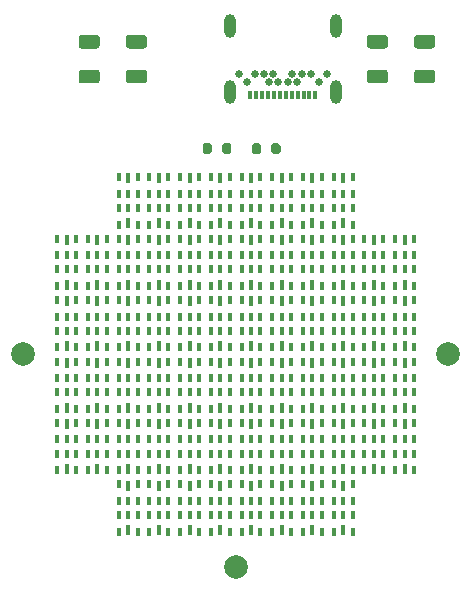
<source format=gbr>
G04 #@! TF.GenerationSoftware,KiCad,Pcbnew,(5.1.9-0-10_14)*
G04 #@! TF.CreationDate,2022-05-10T10:51:03-07:00*
G04 #@! TF.ProjectId,LED_array,4c45445f-6172-4726-9179-2e6b69636164,rev?*
G04 #@! TF.SameCoordinates,Original*
G04 #@! TF.FileFunction,Soldermask,Top*
G04 #@! TF.FilePolarity,Negative*
%FSLAX46Y46*%
G04 Gerber Fmt 4.6, Leading zero omitted, Abs format (unit mm)*
G04 Created by KiCad (PCBNEW (5.1.9-0-10_14)) date 2022-05-10 10:51:03*
%MOMM*%
%LPD*%
G01*
G04 APERTURE LIST*
%ADD10R,0.450000X0.650000*%
%ADD11R,0.450000X0.850000*%
%ADD12C,2.000000*%
%ADD13R,0.350000X0.700000*%
%ADD14C,0.650000*%
%ADD15O,1.000000X2.000000*%
G04 APERTURE END LIST*
D10*
X69900000Y-65000000D03*
X68300000Y-65000000D03*
D11*
X69100000Y-64900000D03*
D10*
X69900000Y-63600000D03*
X68300000Y-63600000D03*
X69100000Y-63600000D03*
X50100000Y-35000000D03*
X51700000Y-35000000D03*
D11*
X50900000Y-35100000D03*
D10*
X50100000Y-36400000D03*
X51700000Y-36400000D03*
X50900000Y-36400000D03*
X52700000Y-35000000D03*
X54300000Y-35000000D03*
D11*
X53500000Y-35100000D03*
D10*
X52700000Y-36400000D03*
X54300000Y-36400000D03*
X53500000Y-36400000D03*
X55300000Y-35000000D03*
X56900000Y-35000000D03*
D11*
X56100000Y-35100000D03*
D10*
X55300000Y-36400000D03*
X56900000Y-36400000D03*
X56100000Y-36400000D03*
X57900000Y-35000000D03*
X59500000Y-35000000D03*
D11*
X58700000Y-35100000D03*
D10*
X57900000Y-36400000D03*
X59500000Y-36400000D03*
X58700000Y-36400000D03*
X60500000Y-35000000D03*
X62100000Y-35000000D03*
D11*
X61300000Y-35100000D03*
D10*
X60500000Y-36400000D03*
X62100000Y-36400000D03*
X61300000Y-36400000D03*
X63100000Y-35000000D03*
X64700000Y-35000000D03*
D11*
X63900000Y-35100000D03*
D10*
X63100000Y-36400000D03*
X64700000Y-36400000D03*
X63900000Y-36400000D03*
X65700000Y-35000000D03*
X67300000Y-35000000D03*
D11*
X66500000Y-35100000D03*
D10*
X65700000Y-36400000D03*
X67300000Y-36400000D03*
X66500000Y-36400000D03*
X68300000Y-35000000D03*
X69900000Y-35000000D03*
D11*
X69100000Y-35100000D03*
D10*
X68300000Y-36400000D03*
X69900000Y-36400000D03*
X69100000Y-36400000D03*
X69900000Y-39000000D03*
X68300000Y-39000000D03*
D11*
X69100000Y-38900000D03*
D10*
X69900000Y-37600000D03*
X68300000Y-37600000D03*
X69100000Y-37600000D03*
X67300000Y-39000000D03*
X65700000Y-39000000D03*
D11*
X66500000Y-38900000D03*
D10*
X67300000Y-37600000D03*
X65700000Y-37600000D03*
X66500000Y-37600000D03*
X64700000Y-39000000D03*
X63100000Y-39000000D03*
D11*
X63900000Y-38900000D03*
D10*
X64700000Y-37600000D03*
X63100000Y-37600000D03*
X63900000Y-37600000D03*
X62100000Y-39000000D03*
X60500000Y-39000000D03*
D11*
X61300000Y-38900000D03*
D10*
X62100000Y-37600000D03*
X60500000Y-37600000D03*
X61300000Y-37600000D03*
X59500000Y-39000000D03*
X57900000Y-39000000D03*
D11*
X58700000Y-38900000D03*
D10*
X59500000Y-37600000D03*
X57900000Y-37600000D03*
X58700000Y-37600000D03*
X56900000Y-39000000D03*
X55300000Y-39000000D03*
D11*
X56100000Y-38900000D03*
D10*
X56900000Y-37600000D03*
X55300000Y-37600000D03*
X56100000Y-37600000D03*
X54300000Y-39000000D03*
X52700000Y-39000000D03*
D11*
X53500000Y-38900000D03*
D10*
X54300000Y-37600000D03*
X52700000Y-37600000D03*
X53500000Y-37600000D03*
X51700000Y-39000000D03*
X50100000Y-39000000D03*
D11*
X50900000Y-38900000D03*
D10*
X51700000Y-37600000D03*
X50100000Y-37600000D03*
X50900000Y-37600000D03*
X44900000Y-40200000D03*
X46500000Y-40200000D03*
D11*
X45700000Y-40300000D03*
D10*
X44900000Y-41600000D03*
X46500000Y-41600000D03*
X45700000Y-41600000D03*
X47500000Y-40200000D03*
X49100000Y-40200000D03*
D11*
X48300000Y-40300000D03*
D10*
X47500000Y-41600000D03*
X49100000Y-41600000D03*
X48300000Y-41600000D03*
X50100000Y-40200000D03*
X51700000Y-40200000D03*
D11*
X50900000Y-40300000D03*
D10*
X50100000Y-41600000D03*
X51700000Y-41600000D03*
X50900000Y-41600000D03*
X52700000Y-40200000D03*
X54300000Y-40200000D03*
D11*
X53500000Y-40300000D03*
D10*
X52700000Y-41600000D03*
X54300000Y-41600000D03*
X53500000Y-41600000D03*
X55300000Y-40200000D03*
X56900000Y-40200000D03*
D11*
X56100000Y-40300000D03*
D10*
X55300000Y-41600000D03*
X56900000Y-41600000D03*
X56100000Y-41600000D03*
X57900000Y-40200000D03*
X59500000Y-40200000D03*
D11*
X58700000Y-40300000D03*
D10*
X57900000Y-41600000D03*
X59500000Y-41600000D03*
X58700000Y-41600000D03*
X60500000Y-40200000D03*
X62100000Y-40200000D03*
D11*
X61300000Y-40300000D03*
D10*
X60500000Y-41600000D03*
X62100000Y-41600000D03*
X61300000Y-41600000D03*
X63100000Y-40200000D03*
X64700000Y-40200000D03*
D11*
X63900000Y-40300000D03*
D10*
X63100000Y-41600000D03*
X64700000Y-41600000D03*
X63900000Y-41600000D03*
X65700000Y-40200000D03*
X67300000Y-40200000D03*
D11*
X66500000Y-40300000D03*
D10*
X65700000Y-41600000D03*
X67300000Y-41600000D03*
X66500000Y-41600000D03*
X68300000Y-40200000D03*
X69900000Y-40200000D03*
D11*
X69100000Y-40300000D03*
D10*
X68300000Y-41600000D03*
X69900000Y-41600000D03*
X69100000Y-41600000D03*
X70900000Y-40200000D03*
X72500000Y-40200000D03*
D11*
X71700000Y-40300000D03*
D10*
X70900000Y-41600000D03*
X72500000Y-41600000D03*
X71700000Y-41600000D03*
X73500000Y-40200000D03*
X75100000Y-40200000D03*
D11*
X74300000Y-40300000D03*
D10*
X73500000Y-41600000D03*
X75100000Y-41600000D03*
X74300000Y-41600000D03*
X75100000Y-44200000D03*
X73500000Y-44200000D03*
D11*
X74300000Y-44100000D03*
D10*
X75100000Y-42800000D03*
X73500000Y-42800000D03*
X74300000Y-42800000D03*
X72500000Y-44200000D03*
X70900000Y-44200000D03*
D11*
X71700000Y-44100000D03*
D10*
X72500000Y-42800000D03*
X70900000Y-42800000D03*
X71700000Y-42800000D03*
X69900000Y-44200000D03*
X68300000Y-44200000D03*
D11*
X69100000Y-44100000D03*
D10*
X69900000Y-42800000D03*
X68300000Y-42800000D03*
X69100000Y-42800000D03*
X67300000Y-44200000D03*
X65700000Y-44200000D03*
D11*
X66500000Y-44100000D03*
D10*
X67300000Y-42800000D03*
X65700000Y-42800000D03*
X66500000Y-42800000D03*
X64700000Y-44200000D03*
X63100000Y-44200000D03*
D11*
X63900000Y-44100000D03*
D10*
X64700000Y-42800000D03*
X63100000Y-42800000D03*
X63900000Y-42800000D03*
X62100000Y-44200000D03*
X60500000Y-44200000D03*
D11*
X61300000Y-44100000D03*
D10*
X62100000Y-42800000D03*
X60500000Y-42800000D03*
X61300000Y-42800000D03*
X59500000Y-44200000D03*
X57900000Y-44200000D03*
D11*
X58700000Y-44100000D03*
D10*
X59500000Y-42800000D03*
X57900000Y-42800000D03*
X58700000Y-42800000D03*
X56900000Y-44200000D03*
X55300000Y-44200000D03*
D11*
X56100000Y-44100000D03*
D10*
X56900000Y-42800000D03*
X55300000Y-42800000D03*
X56100000Y-42800000D03*
X54300000Y-44200000D03*
X52700000Y-44200000D03*
D11*
X53500000Y-44100000D03*
D10*
X54300000Y-42800000D03*
X52700000Y-42800000D03*
X53500000Y-42800000D03*
X51700000Y-44200000D03*
X50100000Y-44200000D03*
D11*
X50900000Y-44100000D03*
D10*
X51700000Y-42800000D03*
X50100000Y-42800000D03*
X50900000Y-42800000D03*
X49100000Y-44200000D03*
X47500000Y-44200000D03*
D11*
X48300000Y-44100000D03*
D10*
X49100000Y-42800000D03*
X47500000Y-42800000D03*
X48300000Y-42800000D03*
X46500000Y-44200000D03*
X44900000Y-44200000D03*
D11*
X45700000Y-44100000D03*
D10*
X46500000Y-42800000D03*
X44900000Y-42800000D03*
X45700000Y-42800000D03*
X44900000Y-45400000D03*
X46500000Y-45400000D03*
D11*
X45700000Y-45500000D03*
D10*
X44900000Y-46800000D03*
X46500000Y-46800000D03*
X45700000Y-46800000D03*
X47500000Y-45400000D03*
X49100000Y-45400000D03*
D11*
X48300000Y-45500000D03*
D10*
X47500000Y-46800000D03*
X49100000Y-46800000D03*
X48300000Y-46800000D03*
X50100000Y-45400000D03*
X51700000Y-45400000D03*
D11*
X50900000Y-45500000D03*
D10*
X50100000Y-46800000D03*
X51700000Y-46800000D03*
X50900000Y-46800000D03*
X52700000Y-45400000D03*
X54300000Y-45400000D03*
D11*
X53500000Y-45500000D03*
D10*
X52700000Y-46800000D03*
X54300000Y-46800000D03*
X53500000Y-46800000D03*
X55300000Y-45400000D03*
X56900000Y-45400000D03*
D11*
X56100000Y-45500000D03*
D10*
X55300000Y-46800000D03*
X56900000Y-46800000D03*
X56100000Y-46800000D03*
X57900000Y-45400000D03*
X59500000Y-45400000D03*
D11*
X58700000Y-45500000D03*
D10*
X57900000Y-46800000D03*
X59500000Y-46800000D03*
X58700000Y-46800000D03*
X60500000Y-45400000D03*
X62100000Y-45400000D03*
D11*
X61300000Y-45500000D03*
D10*
X60500000Y-46800000D03*
X62100000Y-46800000D03*
X61300000Y-46800000D03*
X63100000Y-45400000D03*
X64700000Y-45400000D03*
D11*
X63900000Y-45500000D03*
D10*
X63100000Y-46800000D03*
X64700000Y-46800000D03*
X63900000Y-46800000D03*
X65700000Y-45400000D03*
X67300000Y-45400000D03*
D11*
X66500000Y-45500000D03*
D10*
X65700000Y-46800000D03*
X67300000Y-46800000D03*
X66500000Y-46800000D03*
X68300000Y-45400000D03*
X69900000Y-45400000D03*
D11*
X69100000Y-45500000D03*
D10*
X68300000Y-46800000D03*
X69900000Y-46800000D03*
X69100000Y-46800000D03*
X70900000Y-45400000D03*
X72500000Y-45400000D03*
D11*
X71700000Y-45500000D03*
D10*
X70900000Y-46800000D03*
X72500000Y-46800000D03*
X71700000Y-46800000D03*
X73500000Y-45400000D03*
X75100000Y-45400000D03*
D11*
X74300000Y-45500000D03*
D10*
X73500000Y-46800000D03*
X75100000Y-46800000D03*
X74300000Y-46800000D03*
X75100000Y-49400000D03*
X73500000Y-49400000D03*
D11*
X74300000Y-49300000D03*
D10*
X75100000Y-48000000D03*
X73500000Y-48000000D03*
X74300000Y-48000000D03*
X72500000Y-49400000D03*
X70900000Y-49400000D03*
D11*
X71700000Y-49300000D03*
D10*
X72500000Y-48000000D03*
X70900000Y-48000000D03*
X71700000Y-48000000D03*
X69900000Y-49400000D03*
X68300000Y-49400000D03*
D11*
X69100000Y-49300000D03*
D10*
X69900000Y-48000000D03*
X68300000Y-48000000D03*
X69100000Y-48000000D03*
X67300000Y-49400000D03*
X65700000Y-49400000D03*
D11*
X66500000Y-49300000D03*
D10*
X67300000Y-48000000D03*
X65700000Y-48000000D03*
X66500000Y-48000000D03*
X64700000Y-49400000D03*
X63100000Y-49400000D03*
D11*
X63900000Y-49300000D03*
D10*
X64700000Y-48000000D03*
X63100000Y-48000000D03*
X63900000Y-48000000D03*
X62100000Y-49400000D03*
X60500000Y-49400000D03*
D11*
X61300000Y-49300000D03*
D10*
X62100000Y-48000000D03*
X60500000Y-48000000D03*
X61300000Y-48000000D03*
X59500000Y-49400000D03*
X57900000Y-49400000D03*
D11*
X58700000Y-49300000D03*
D10*
X59500000Y-48000000D03*
X57900000Y-48000000D03*
X58700000Y-48000000D03*
X56900000Y-49400000D03*
X55300000Y-49400000D03*
D11*
X56100000Y-49300000D03*
D10*
X56900000Y-48000000D03*
X55300000Y-48000000D03*
X56100000Y-48000000D03*
X54300000Y-49400000D03*
X52700000Y-49400000D03*
D11*
X53500000Y-49300000D03*
D10*
X54300000Y-48000000D03*
X52700000Y-48000000D03*
X53500000Y-48000000D03*
X51700000Y-49400000D03*
X50100000Y-49400000D03*
D11*
X50900000Y-49300000D03*
D10*
X51700000Y-48000000D03*
X50100000Y-48000000D03*
X50900000Y-48000000D03*
X49100000Y-49400000D03*
X47500000Y-49400000D03*
D11*
X48300000Y-49300000D03*
D10*
X49100000Y-48000000D03*
X47500000Y-48000000D03*
X48300000Y-48000000D03*
X46500000Y-49400000D03*
X44900000Y-49400000D03*
D11*
X45700000Y-49300000D03*
D10*
X46500000Y-48000000D03*
X44900000Y-48000000D03*
X45700000Y-48000000D03*
X44900000Y-50600000D03*
X46500000Y-50600000D03*
D11*
X45700000Y-50700000D03*
D10*
X44900000Y-52000000D03*
X46500000Y-52000000D03*
X45700000Y-52000000D03*
X47500000Y-50600000D03*
X49100000Y-50600000D03*
D11*
X48300000Y-50700000D03*
D10*
X47500000Y-52000000D03*
X49100000Y-52000000D03*
X48300000Y-52000000D03*
X50100000Y-50600000D03*
X51700000Y-50600000D03*
D11*
X50900000Y-50700000D03*
D10*
X50100000Y-52000000D03*
X51700000Y-52000000D03*
X50900000Y-52000000D03*
X52700000Y-50600000D03*
X54300000Y-50600000D03*
D11*
X53500000Y-50700000D03*
D10*
X52700000Y-52000000D03*
X54300000Y-52000000D03*
X53500000Y-52000000D03*
X55300000Y-50600000D03*
X56900000Y-50600000D03*
D11*
X56100000Y-50700000D03*
D10*
X55300000Y-52000000D03*
X56900000Y-52000000D03*
X56100000Y-52000000D03*
X57900000Y-50600000D03*
X59500000Y-50600000D03*
D11*
X58700000Y-50700000D03*
D10*
X57900000Y-52000000D03*
X59500000Y-52000000D03*
X58700000Y-52000000D03*
X60500000Y-50600000D03*
X62100000Y-50600000D03*
D11*
X61300000Y-50700000D03*
D10*
X60500000Y-52000000D03*
X62100000Y-52000000D03*
X61300000Y-52000000D03*
X63100000Y-50600000D03*
X64700000Y-50600000D03*
D11*
X63900000Y-50700000D03*
D10*
X63100000Y-52000000D03*
X64700000Y-52000000D03*
X63900000Y-52000000D03*
X65700000Y-50600000D03*
X67300000Y-50600000D03*
D11*
X66500000Y-50700000D03*
D10*
X65700000Y-52000000D03*
X67300000Y-52000000D03*
X66500000Y-52000000D03*
X68300000Y-50600000D03*
X69900000Y-50600000D03*
D11*
X69100000Y-50700000D03*
D10*
X68300000Y-52000000D03*
X69900000Y-52000000D03*
X69100000Y-52000000D03*
X70900000Y-50600000D03*
X72500000Y-50600000D03*
D11*
X71700000Y-50700000D03*
D10*
X70900000Y-52000000D03*
X72500000Y-52000000D03*
X71700000Y-52000000D03*
X73500000Y-50600000D03*
X75100000Y-50600000D03*
D11*
X74300000Y-50700000D03*
D10*
X73500000Y-52000000D03*
X75100000Y-52000000D03*
X74300000Y-52000000D03*
X75100000Y-54600000D03*
X73500000Y-54600000D03*
D11*
X74300000Y-54500000D03*
D10*
X75100000Y-53200000D03*
X73500000Y-53200000D03*
X74300000Y-53200000D03*
X72500000Y-54600000D03*
X70900000Y-54600000D03*
D11*
X71700000Y-54500000D03*
D10*
X72500000Y-53200000D03*
X70900000Y-53200000D03*
X71700000Y-53200000D03*
X69900000Y-54600000D03*
X68300000Y-54600000D03*
D11*
X69100000Y-54500000D03*
D10*
X69900000Y-53200000D03*
X68300000Y-53200000D03*
X69100000Y-53200000D03*
X67300000Y-54600000D03*
X65700000Y-54600000D03*
D11*
X66500000Y-54500000D03*
D10*
X67300000Y-53200000D03*
X65700000Y-53200000D03*
X66500000Y-53200000D03*
X64700000Y-54600000D03*
X63100000Y-54600000D03*
D11*
X63900000Y-54500000D03*
D10*
X64700000Y-53200000D03*
X63100000Y-53200000D03*
X63900000Y-53200000D03*
X62100000Y-54600000D03*
X60500000Y-54600000D03*
D11*
X61300000Y-54500000D03*
D10*
X62100000Y-53200000D03*
X60500000Y-53200000D03*
X61300000Y-53200000D03*
X59500000Y-54600000D03*
X57900000Y-54600000D03*
D11*
X58700000Y-54500000D03*
D10*
X59500000Y-53200000D03*
X57900000Y-53200000D03*
X58700000Y-53200000D03*
X56900000Y-54600000D03*
X55300000Y-54600000D03*
D11*
X56100000Y-54500000D03*
D10*
X56900000Y-53200000D03*
X55300000Y-53200000D03*
X56100000Y-53200000D03*
X54300000Y-54600000D03*
X52700000Y-54600000D03*
D11*
X53500000Y-54500000D03*
D10*
X54300000Y-53200000D03*
X52700000Y-53200000D03*
X53500000Y-53200000D03*
X51700000Y-54600000D03*
X50100000Y-54600000D03*
D11*
X50900000Y-54500000D03*
D10*
X51700000Y-53200000D03*
X50100000Y-53200000D03*
X50900000Y-53200000D03*
X49100000Y-54600000D03*
X47500000Y-54600000D03*
D11*
X48300000Y-54500000D03*
D10*
X49100000Y-53200000D03*
X47500000Y-53200000D03*
X48300000Y-53200000D03*
X46500000Y-54600000D03*
X44900000Y-54600000D03*
D11*
X45700000Y-54500000D03*
D10*
X46500000Y-53200000D03*
X44900000Y-53200000D03*
X45700000Y-53200000D03*
X44900000Y-55800000D03*
X46500000Y-55800000D03*
D11*
X45700000Y-55900000D03*
D10*
X44900000Y-57200000D03*
X46500000Y-57200000D03*
X45700000Y-57200000D03*
X47500000Y-55800000D03*
X49100000Y-55800000D03*
D11*
X48300000Y-55900000D03*
D10*
X47500000Y-57200000D03*
X49100000Y-57200000D03*
X48300000Y-57200000D03*
X50100000Y-55800000D03*
X51700000Y-55800000D03*
D11*
X50900000Y-55900000D03*
D10*
X50100000Y-57200000D03*
X51700000Y-57200000D03*
X50900000Y-57200000D03*
X52700000Y-55800000D03*
X54300000Y-55800000D03*
D11*
X53500000Y-55900000D03*
D10*
X52700000Y-57200000D03*
X54300000Y-57200000D03*
X53500000Y-57200000D03*
X55300000Y-55800000D03*
X56900000Y-55800000D03*
D11*
X56100000Y-55900000D03*
D10*
X55300000Y-57200000D03*
X56900000Y-57200000D03*
X56100000Y-57200000D03*
X57900000Y-55800000D03*
X59500000Y-55800000D03*
D11*
X58700000Y-55900000D03*
D10*
X57900000Y-57200000D03*
X59500000Y-57200000D03*
X58700000Y-57200000D03*
X60500000Y-55800000D03*
X62100000Y-55800000D03*
D11*
X61300000Y-55900000D03*
D10*
X60500000Y-57200000D03*
X62100000Y-57200000D03*
X61300000Y-57200000D03*
X63100000Y-55800000D03*
X64700000Y-55800000D03*
D11*
X63900000Y-55900000D03*
D10*
X63100000Y-57200000D03*
X64700000Y-57200000D03*
X63900000Y-57200000D03*
X65700000Y-55800000D03*
X67300000Y-55800000D03*
D11*
X66500000Y-55900000D03*
D10*
X65700000Y-57200000D03*
X67300000Y-57200000D03*
X66500000Y-57200000D03*
X68300000Y-55800000D03*
X69900000Y-55800000D03*
D11*
X69100000Y-55900000D03*
D10*
X68300000Y-57200000D03*
X69900000Y-57200000D03*
X69100000Y-57200000D03*
X70900000Y-55800000D03*
X72500000Y-55800000D03*
D11*
X71700000Y-55900000D03*
D10*
X70900000Y-57200000D03*
X72500000Y-57200000D03*
X71700000Y-57200000D03*
X73500000Y-55800000D03*
X75100000Y-55800000D03*
D11*
X74300000Y-55900000D03*
D10*
X73500000Y-57200000D03*
X75100000Y-57200000D03*
X74300000Y-57200000D03*
X75100000Y-59800000D03*
X73500000Y-59800000D03*
D11*
X74300000Y-59700000D03*
D10*
X75100000Y-58400000D03*
X73500000Y-58400000D03*
X74300000Y-58400000D03*
X72500000Y-59800000D03*
X70900000Y-59800000D03*
D11*
X71700000Y-59700000D03*
D10*
X72500000Y-58400000D03*
X70900000Y-58400000D03*
X71700000Y-58400000D03*
X69900000Y-59800000D03*
X68300000Y-59800000D03*
D11*
X69100000Y-59700000D03*
D10*
X69900000Y-58400000D03*
X68300000Y-58400000D03*
X69100000Y-58400000D03*
X67300000Y-59800000D03*
X65700000Y-59800000D03*
D11*
X66500000Y-59700000D03*
D10*
X67300000Y-58400000D03*
X65700000Y-58400000D03*
X66500000Y-58400000D03*
X64700000Y-59800000D03*
X63100000Y-59800000D03*
D11*
X63900000Y-59700000D03*
D10*
X64700000Y-58400000D03*
X63100000Y-58400000D03*
X63900000Y-58400000D03*
X62100000Y-59800000D03*
X60500000Y-59800000D03*
D11*
X61300000Y-59700000D03*
D10*
X62100000Y-58400000D03*
X60500000Y-58400000D03*
X61300000Y-58400000D03*
X59500000Y-59800000D03*
X57900000Y-59800000D03*
D11*
X58700000Y-59700000D03*
D10*
X59500000Y-58400000D03*
X57900000Y-58400000D03*
X58700000Y-58400000D03*
X56900000Y-59800000D03*
X55300000Y-59800000D03*
D11*
X56100000Y-59700000D03*
D10*
X56900000Y-58400000D03*
X55300000Y-58400000D03*
X56100000Y-58400000D03*
X54300000Y-59800000D03*
X52700000Y-59800000D03*
D11*
X53500000Y-59700000D03*
D10*
X54300000Y-58400000D03*
X52700000Y-58400000D03*
X53500000Y-58400000D03*
X51700000Y-59800000D03*
X50100000Y-59800000D03*
D11*
X50900000Y-59700000D03*
D10*
X51700000Y-58400000D03*
X50100000Y-58400000D03*
X50900000Y-58400000D03*
X49100000Y-59800000D03*
X47500000Y-59800000D03*
D11*
X48300000Y-59700000D03*
D10*
X49100000Y-58400000D03*
X47500000Y-58400000D03*
X48300000Y-58400000D03*
X46500000Y-59800000D03*
X44900000Y-59800000D03*
D11*
X45700000Y-59700000D03*
D10*
X46500000Y-58400000D03*
X44900000Y-58400000D03*
X45700000Y-58400000D03*
X50100000Y-61000000D03*
X51700000Y-61000000D03*
D11*
X50900000Y-61100000D03*
D10*
X50100000Y-62400000D03*
X51700000Y-62400000D03*
X50900000Y-62400000D03*
X52700000Y-61000000D03*
X54300000Y-61000000D03*
D11*
X53500000Y-61100000D03*
D10*
X52700000Y-62400000D03*
X54300000Y-62400000D03*
X53500000Y-62400000D03*
X55300000Y-61000000D03*
X56900000Y-61000000D03*
D11*
X56100000Y-61100000D03*
D10*
X55300000Y-62400000D03*
X56900000Y-62400000D03*
X56100000Y-62400000D03*
X57900000Y-61000000D03*
X59500000Y-61000000D03*
D11*
X58700000Y-61100000D03*
D10*
X57900000Y-62400000D03*
X59500000Y-62400000D03*
X58700000Y-62400000D03*
X60500000Y-61000000D03*
X62100000Y-61000000D03*
D11*
X61300000Y-61100000D03*
D10*
X60500000Y-62400000D03*
X62100000Y-62400000D03*
X61300000Y-62400000D03*
X63100000Y-61000000D03*
X64700000Y-61000000D03*
D11*
X63900000Y-61100000D03*
D10*
X63100000Y-62400000D03*
X64700000Y-62400000D03*
X63900000Y-62400000D03*
X65700000Y-61000000D03*
X67300000Y-61000000D03*
D11*
X66500000Y-61100000D03*
D10*
X65700000Y-62400000D03*
X67300000Y-62400000D03*
X66500000Y-62400000D03*
X68300000Y-61000000D03*
X69900000Y-61000000D03*
D11*
X69100000Y-61100000D03*
D10*
X68300000Y-62400000D03*
X69900000Y-62400000D03*
X69100000Y-62400000D03*
X67300000Y-65000000D03*
X65700000Y-65000000D03*
D11*
X66500000Y-64900000D03*
D10*
X67300000Y-63600000D03*
X65700000Y-63600000D03*
X66500000Y-63600000D03*
X64700000Y-65000000D03*
X63100000Y-65000000D03*
D11*
X63900000Y-64900000D03*
D10*
X64700000Y-63600000D03*
X63100000Y-63600000D03*
X63900000Y-63600000D03*
X62100000Y-65000000D03*
X60500000Y-65000000D03*
D11*
X61300000Y-64900000D03*
D10*
X62100000Y-63600000D03*
X60500000Y-63600000D03*
X61300000Y-63600000D03*
X59500000Y-65000000D03*
X57900000Y-65000000D03*
D11*
X58700000Y-64900000D03*
D10*
X59500000Y-63600000D03*
X57900000Y-63600000D03*
X58700000Y-63600000D03*
X56900000Y-65000000D03*
X55300000Y-65000000D03*
D11*
X56100000Y-64900000D03*
D10*
X56900000Y-63600000D03*
X55300000Y-63600000D03*
X56100000Y-63600000D03*
X54300000Y-65000000D03*
X52700000Y-65000000D03*
D11*
X53500000Y-64900000D03*
D10*
X54300000Y-63600000D03*
X52700000Y-63600000D03*
X53500000Y-63600000D03*
X51700000Y-65000000D03*
X50100000Y-65000000D03*
D11*
X50900000Y-64900000D03*
D10*
X51700000Y-63600000D03*
X50100000Y-63600000D03*
X50900000Y-63600000D03*
D12*
X78000000Y-50000000D03*
X42000000Y-50000000D03*
X60000000Y-68000000D03*
D13*
X66750000Y-28070000D03*
X66250000Y-28070000D03*
X65750000Y-28070000D03*
X65250000Y-28070000D03*
X64750000Y-28070000D03*
X64250000Y-28070000D03*
X63750000Y-28070000D03*
X63250000Y-28070000D03*
X62750000Y-28070000D03*
X62250000Y-28070000D03*
X61750000Y-28070000D03*
X61250000Y-28070000D03*
D14*
X60950000Y-26950000D03*
X61600000Y-26250000D03*
X62400000Y-26250000D03*
X62800000Y-26950000D03*
X63200000Y-26250000D03*
X63600000Y-26950000D03*
X64400000Y-26950000D03*
X64800000Y-26250000D03*
X65200000Y-26950000D03*
X65600000Y-26250000D03*
X66400000Y-26250000D03*
X67050000Y-26950000D03*
X60275000Y-26250000D03*
X67725000Y-26250000D03*
D15*
X68500000Y-27750000D03*
X59500000Y-27750000D03*
X68500000Y-22150000D03*
X59500000Y-22150000D03*
G36*
G01*
X52250001Y-24100000D02*
X50949999Y-24100000D01*
G75*
G02*
X50700000Y-23850001I0J249999D01*
G01*
X50700000Y-23199999D01*
G75*
G02*
X50949999Y-22950000I249999J0D01*
G01*
X52250001Y-22950000D01*
G75*
G02*
X52500000Y-23199999I0J-249999D01*
G01*
X52500000Y-23850001D01*
G75*
G02*
X52250001Y-24100000I-249999J0D01*
G01*
G37*
G36*
G01*
X52250001Y-27050000D02*
X50949999Y-27050000D01*
G75*
G02*
X50700000Y-26800001I0J249999D01*
G01*
X50700000Y-26149999D01*
G75*
G02*
X50949999Y-25900000I249999J0D01*
G01*
X52250001Y-25900000D01*
G75*
G02*
X52500000Y-26149999I0J-249999D01*
G01*
X52500000Y-26800001D01*
G75*
G02*
X52250001Y-27050000I-249999J0D01*
G01*
G37*
G36*
G01*
X76650001Y-24100000D02*
X75349999Y-24100000D01*
G75*
G02*
X75100000Y-23850001I0J249999D01*
G01*
X75100000Y-23199999D01*
G75*
G02*
X75349999Y-22950000I249999J0D01*
G01*
X76650001Y-22950000D01*
G75*
G02*
X76900000Y-23199999I0J-249999D01*
G01*
X76900000Y-23850001D01*
G75*
G02*
X76650001Y-24100000I-249999J0D01*
G01*
G37*
G36*
G01*
X76650001Y-27050000D02*
X75349999Y-27050000D01*
G75*
G02*
X75100000Y-26800001I0J249999D01*
G01*
X75100000Y-26149999D01*
G75*
G02*
X75349999Y-25900000I249999J0D01*
G01*
X76650001Y-25900000D01*
G75*
G02*
X76900000Y-26149999I0J-249999D01*
G01*
X76900000Y-26800001D01*
G75*
G02*
X76650001Y-27050000I-249999J0D01*
G01*
G37*
G36*
G01*
X48250001Y-24100000D02*
X46949999Y-24100000D01*
G75*
G02*
X46700000Y-23850001I0J249999D01*
G01*
X46700000Y-23199999D01*
G75*
G02*
X46949999Y-22950000I249999J0D01*
G01*
X48250001Y-22950000D01*
G75*
G02*
X48500000Y-23199999I0J-249999D01*
G01*
X48500000Y-23850001D01*
G75*
G02*
X48250001Y-24100000I-249999J0D01*
G01*
G37*
G36*
G01*
X48250001Y-27050000D02*
X46949999Y-27050000D01*
G75*
G02*
X46700000Y-26800001I0J249999D01*
G01*
X46700000Y-26149999D01*
G75*
G02*
X46949999Y-25900000I249999J0D01*
G01*
X48250001Y-25900000D01*
G75*
G02*
X48500000Y-26149999I0J-249999D01*
G01*
X48500000Y-26800001D01*
G75*
G02*
X48250001Y-27050000I-249999J0D01*
G01*
G37*
G36*
G01*
X72650001Y-24100000D02*
X71349999Y-24100000D01*
G75*
G02*
X71100000Y-23850001I0J249999D01*
G01*
X71100000Y-23199999D01*
G75*
G02*
X71349999Y-22950000I249999J0D01*
G01*
X72650001Y-22950000D01*
G75*
G02*
X72900000Y-23199999I0J-249999D01*
G01*
X72900000Y-23850001D01*
G75*
G02*
X72650001Y-24100000I-249999J0D01*
G01*
G37*
G36*
G01*
X72650001Y-27050000D02*
X71349999Y-27050000D01*
G75*
G02*
X71100000Y-26800001I0J249999D01*
G01*
X71100000Y-26149999D01*
G75*
G02*
X71349999Y-25900000I249999J0D01*
G01*
X72650001Y-25900000D01*
G75*
G02*
X72900000Y-26149999I0J-249999D01*
G01*
X72900000Y-26800001D01*
G75*
G02*
X72650001Y-27050000I-249999J0D01*
G01*
G37*
G36*
G01*
X63005000Y-32865000D02*
X63005000Y-32315000D01*
G75*
G02*
X63205000Y-32115000I200000J0D01*
G01*
X63605000Y-32115000D01*
G75*
G02*
X63805000Y-32315000I0J-200000D01*
G01*
X63805000Y-32865000D01*
G75*
G02*
X63605000Y-33065000I-200000J0D01*
G01*
X63205000Y-33065000D01*
G75*
G02*
X63005000Y-32865000I0J200000D01*
G01*
G37*
G36*
G01*
X61355000Y-32865000D02*
X61355000Y-32315000D01*
G75*
G02*
X61555000Y-32115000I200000J0D01*
G01*
X61955000Y-32115000D01*
G75*
G02*
X62155000Y-32315000I0J-200000D01*
G01*
X62155000Y-32865000D01*
G75*
G02*
X61955000Y-33065000I-200000J0D01*
G01*
X61555000Y-33065000D01*
G75*
G02*
X61355000Y-32865000I0J200000D01*
G01*
G37*
G36*
G01*
X58845000Y-32845000D02*
X58845000Y-32295000D01*
G75*
G02*
X59045000Y-32095000I200000J0D01*
G01*
X59445000Y-32095000D01*
G75*
G02*
X59645000Y-32295000I0J-200000D01*
G01*
X59645000Y-32845000D01*
G75*
G02*
X59445000Y-33045000I-200000J0D01*
G01*
X59045000Y-33045000D01*
G75*
G02*
X58845000Y-32845000I0J200000D01*
G01*
G37*
G36*
G01*
X57195000Y-32845000D02*
X57195000Y-32295000D01*
G75*
G02*
X57395000Y-32095000I200000J0D01*
G01*
X57795000Y-32095000D01*
G75*
G02*
X57995000Y-32295000I0J-200000D01*
G01*
X57995000Y-32845000D01*
G75*
G02*
X57795000Y-33045000I-200000J0D01*
G01*
X57395000Y-33045000D01*
G75*
G02*
X57195000Y-32845000I0J200000D01*
G01*
G37*
M02*

</source>
